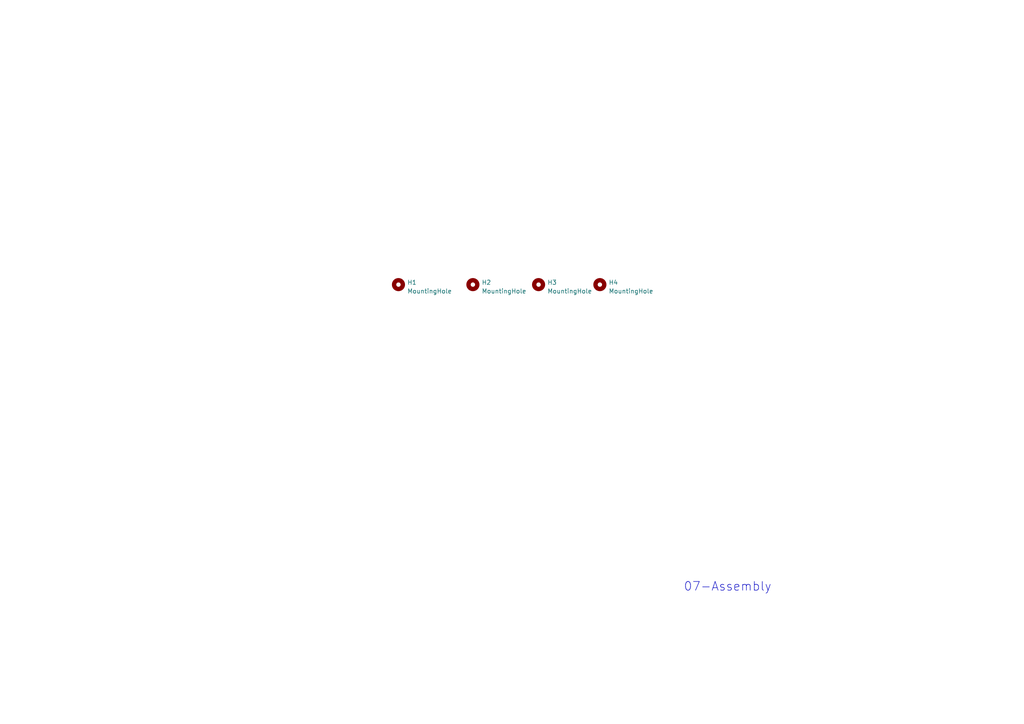
<source format=kicad_sch>
(kicad_sch (version 20230121) (generator eeschema)
  (paper "A4")
  (title_block (title "HPM6750 ADC EVK") (date "2023-5-25") (rev "A"))
  (lib_symbols
    (symbol "Mechanical:MountingHole" (pin_names (offset 1.016))
      (property "Reference" "H" (at 0 5.08 0))
      (property "Value" "MountingHole" (at 0 3.175 0))
      (symbol "MountingHole_0_1"
        (circle (center 0 0) (radius 1.27) (stroke (width 1.27)))
      )
    )
  )
  (text "07-Assembly" (at 198.247 171.7548 0) (effects (font (size 2.54 2.54)) (justify left bottom)))
  (symbol (lib_id "Mechanical:MountingHole") (at 173.99 82.55 0) (unit 1)
    (property "Reference" "H4" (at 176.53 81.915 0) (effects (justify left)))
    (property "Value" "MountingHole" (at 176.53 84.455 0) (effects (justify left)))
    (property "Footprint" "MountingHole:MountingHole_3.2mm_M3_DIN965_Pad" (effects hide))
  )
  (symbol (lib_id "Mechanical:MountingHole") (at 156.21 82.55 0) (unit 1)
    (property "Reference" "H3" (at 158.75 81.915 0) (effects (justify left)))
    (property "Value" "MountingHole" (at 158.75 84.455 0) (effects (justify left)))
    (property "Footprint" "MountingHole:MountingHole_3.2mm_M3_DIN965_Pad" (effects hide))
  )
  (symbol (lib_id "Mechanical:MountingHole") (at 137.16 82.55 0) (unit 1)
    (property "Reference" "H2" (at 139.7 81.915 0) (effects (justify left)))
    (property "Value" "MountingHole" (at 139.7 84.455 0) (effects (justify left)))
    (property "Footprint" "MountingHole:MountingHole_3.2mm_M3_DIN965_Pad" (effects hide))
  )
  (symbol (lib_id "Mechanical:MountingHole") (at 115.57 82.55 0) (unit 1)
    (property "Reference" "H1" (at 118.11 81.915 0) (effects (justify left)))
    (property "Value" "MountingHole" (at 118.11 84.455 0) (effects (justify left)))
    (property "Footprint" "MountingHole:MountingHole_3.2mm_M3_DIN965_Pad" (effects hide))
  )
)
</source>
